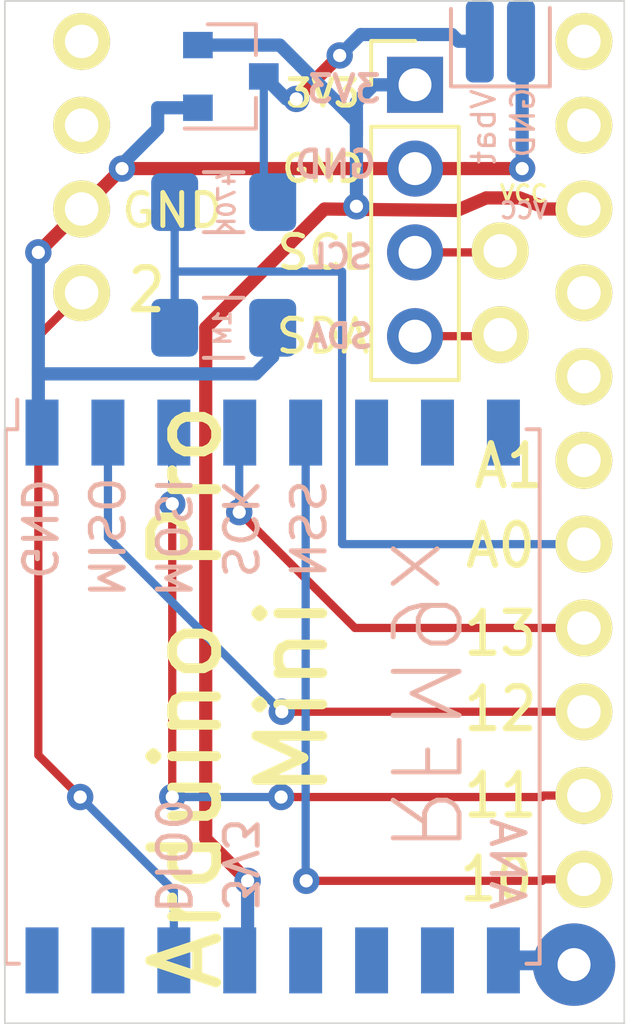
<source format=kicad_pcb>
(kicad_pcb (version 20171130) (host pcbnew 5.1.5-5.1.5)

  (general
    (thickness 1.6)
    (drawings 28)
    (tracks 105)
    (zones 0)
    (modules 8)
    (nets 28)
  )

  (page A4)
  (layers
    (0 F.Cu signal)
    (31 B.Cu signal)
    (32 B.Adhes user hide)
    (33 F.Adhes user hide)
    (34 B.Paste user hide)
    (35 F.Paste user hide)
    (36 B.SilkS user)
    (37 F.SilkS user)
    (38 B.Mask user hide)
    (39 F.Mask user hide)
    (40 Dwgs.User user hide)
    (41 Cmts.User user hide)
    (42 Eco1.User user hide)
    (43 Eco2.User user hide)
    (44 Edge.Cuts user)
    (45 Margin user hide)
    (46 B.CrtYd user hide)
    (47 F.CrtYd user hide)
    (48 B.Fab user hide)
    (49 F.Fab user hide)
  )

  (setup
    (last_trace_width 0.25)
    (user_trace_width 0.4)
    (trace_clearance 0.2)
    (zone_clearance 0.508)
    (zone_45_only no)
    (trace_min 0.2)
    (via_size 0.8)
    (via_drill 0.4)
    (via_min_size 0.4)
    (via_min_drill 0.3)
    (uvia_size 0.3)
    (uvia_drill 0.1)
    (uvias_allowed no)
    (uvia_min_size 0.2)
    (uvia_min_drill 0.1)
    (edge_width 0.05)
    (segment_width 0.2)
    (pcb_text_width 0.3)
    (pcb_text_size 1.5 1.5)
    (mod_edge_width 0.12)
    (mod_text_size 1 1)
    (mod_text_width 0.15)
    (pad_size 1.524 1.524)
    (pad_drill 0.762)
    (pad_to_mask_clearance 0.051)
    (solder_mask_min_width 0.25)
    (aux_axis_origin 0 0)
    (visible_elements FFFFEF7F)
    (pcbplotparams
      (layerselection 0x010fc_ffffffff)
      (usegerberextensions false)
      (usegerberattributes false)
      (usegerberadvancedattributes false)
      (creategerberjobfile false)
      (excludeedgelayer true)
      (linewidth 0.100000)
      (plotframeref false)
      (viasonmask false)
      (mode 1)
      (useauxorigin false)
      (hpglpennumber 1)
      (hpglpenspeed 20)
      (hpglpendiameter 15.000000)
      (psnegative false)
      (psa4output false)
      (plotreference true)
      (plotvalue true)
      (plotinvisibletext false)
      (padsonsilk false)
      (subtractmaskfromsilk false)
      (outputformat 1)
      (mirror false)
      (drillshape 1)
      (scaleselection 1)
      (outputdirectory ""))
  )

  (net 0 "")
  (net 1 DIO0)
  (net 2 3V3)
  (net 3 NSS)
  (net 4 SCK)
  (net 5 MOSI)
  (net 6 MISO)
  (net 7 GND)
  (net 8 "Net-(H1-Pad1)")
  (net 9 SDA)
  (net 10 SCL)
  (net 11 "Net-(U1-Pad16)")
  (net 12 "Net-(U1-Pad15)")
  (net 13 "Net-(U1-Pad12)")
  (net 14 "Net-(U1-Pad11)")
  (net 15 "Net-(U1-Pad10)")
  (net 16 "Net-(U1-Pad8)")
  (net 17 "Net-(U1-Pad7)")
  (net 18 "Net-(U1-Pad6)")
  (net 19 "Net-(X1-Pad6A)")
  (net 20 "Net-(X1-Pad5A)")
  (net 21 "Net-(X1-Pad7A)")
  (net 22 "Net-(X1-Pad3A)")
  (net 23 "Net-(X1-Pad2A)")
  (net 24 "Net-(X1-Pad2D)")
  (net 25 "Net-(X1-Pad3D)")
  (net 26 Vbat)
  (net 27 A0)

  (net_class Default "This is the default net class."
    (clearance 0.2)
    (trace_width 0.25)
    (via_dia 0.8)
    (via_drill 0.4)
    (uvia_dia 0.3)
    (uvia_drill 0.1)
    (add_net 3V3)
    (add_net A0)
    (add_net DIO0)
    (add_net GND)
    (add_net MISO)
    (add_net MOSI)
    (add_net NSS)
    (add_net "Net-(H1-Pad1)")
    (add_net "Net-(U1-Pad10)")
    (add_net "Net-(U1-Pad11)")
    (add_net "Net-(U1-Pad12)")
    (add_net "Net-(U1-Pad15)")
    (add_net "Net-(U1-Pad16)")
    (add_net "Net-(U1-Pad6)")
    (add_net "Net-(U1-Pad7)")
    (add_net "Net-(U1-Pad8)")
    (add_net "Net-(X1-Pad2A)")
    (add_net "Net-(X1-Pad2D)")
    (add_net "Net-(X1-Pad3A)")
    (add_net "Net-(X1-Pad3D)")
    (add_net "Net-(X1-Pad5A)")
    (add_net "Net-(X1-Pad6A)")
    (add_net "Net-(X1-Pad7A)")
    (add_net SCK)
    (add_net SCL)
    (add_net SDA)
    (add_net Vbat)
  )

  (module "JC KiCAD Addons:Molex_PicoBlade_2-Pin_1.25mm_PCB_Side_Pads" (layer B.Cu) (tedit 5E66B4A2) (tstamp 5E533AED)
    (at 208.8388 108.1532)
    (path /5E52F887)
    (fp_text reference J2 (at 0.19 2.24) (layer B.SilkS) hide
      (effects (font (size 1 1) (thickness 0.15)) (justify mirror))
    )
    (fp_text value Conn_01x02 (at 0.85 -2.17) (layer B.Fab)
      (effects (font (size 1 1) (thickness 0.15)) (justify mirror))
    )
    (fp_line (start 1.5 1.37) (end 1.5 -1.01) (layer B.SilkS) (width 0.12))
    (fp_line (start -1.5 1.37) (end 1.5 1.37) (layer B.SilkS) (width 0.12))
    (fp_line (start -1.5 -0.98) (end -1.5 1.37) (layer B.SilkS) (width 0.12))
    (pad 2 smd roundrect (at 0.625 0) (size 0.85 2.5) (layers B.Cu B.Paste B.Mask) (roundrect_rratio 0.25)
      (net 7 GND))
    (pad 1 smd roundrect (at -0.625 0) (size 0.85 2.5) (layers B.Cu B.Paste B.Mask) (roundrect_rratio 0.25)
      (net 26 Vbat))
  )

  (module RF_Module:HOPERF_RFM9XW_SMD (layer B.Cu) (tedit 5C227243) (tstamp 5E2C9C99)
    (at 201.93 128.016 270)
    (descr "Low Power Long Range Transceiver Module SMD-16 (https://www.hoperf.com/data/upload/portal/20181127/5bfcbea20e9ef.pdf)")
    (tags "LoRa Low Power Long Range Transceiver Module")
    (path /5E2CE960)
    (attr smd)
    (fp_text reference U1 (at 0 9.2 90) (layer B.SilkS) hide
      (effects (font (size 1 1) (thickness 0.15)) (justify mirror))
    )
    (fp_text value RFM95W-868S2 (at 0 -9.5 90) (layer B.Fab)
      (effects (font (size 1 1) (thickness 0.15)) (justify mirror))
    )
    (fp_line (start -7 8) (end -8 7) (layer B.Fab) (width 0.1))
    (fp_line (start -8.1 7.75) (end -9 7.75) (layer B.SilkS) (width 0.12))
    (fp_line (start -8.1 8.1) (end -8.1 7.75) (layer B.SilkS) (width 0.12))
    (fp_line (start 8.1 -8.1) (end 8.1 -7.7) (layer B.SilkS) (width 0.12))
    (fp_line (start -8.1 -8.1) (end 8.1 -8.1) (layer B.SilkS) (width 0.12))
    (fp_line (start -8.1 -7.7) (end -8.1 -8.1) (layer B.SilkS) (width 0.12))
    (fp_line (start 8.1 8.1) (end 8.1 7.7) (layer B.SilkS) (width 0.12))
    (fp_line (start -8.1 8.1) (end 8.1 8.1) (layer B.SilkS) (width 0.12))
    (fp_line (start -9.25 -8.25) (end -9.25 8.25) (layer B.CrtYd) (width 0.05))
    (fp_line (start -9.25 -8.25) (end 9.25 -8.25) (layer B.CrtYd) (width 0.05))
    (fp_line (start 9.25 8.25) (end 9.25 -8.25) (layer B.CrtYd) (width 0.05))
    (fp_line (start -9.25 8.25) (end 9.25 8.25) (layer B.CrtYd) (width 0.05))
    (fp_text user %R (at 0 0 90) (layer F.Fab)
      (effects (font (size 1 1) (thickness 0.15)))
    )
    (fp_line (start -8 -8) (end -8 7) (layer B.Fab) (width 0.1))
    (fp_line (start -8 -8) (end 8 -8) (layer B.Fab) (width 0.1))
    (fp_line (start 8 -8) (end 8 8) (layer B.Fab) (width 0.1))
    (fp_line (start -7 8) (end 8 8) (layer B.Fab) (width 0.1))
    (pad 16 smd rect (at 8 7 270) (size 2 1) (layers B.Cu B.Paste B.Mask)
      (net 11 "Net-(U1-Pad16)"))
    (pad 15 smd rect (at 8 5 270) (size 2 1) (layers B.Cu B.Paste B.Mask)
      (net 12 "Net-(U1-Pad15)"))
    (pad 14 smd rect (at 8 3 270) (size 2 1) (layers B.Cu B.Paste B.Mask)
      (net 1 DIO0))
    (pad 13 smd rect (at 8 1 270) (size 2 1) (layers B.Cu B.Paste B.Mask)
      (net 2 3V3))
    (pad 12 smd rect (at 8 -1 270) (size 2 1) (layers B.Cu B.Paste B.Mask)
      (net 13 "Net-(U1-Pad12)"))
    (pad 11 smd rect (at 8 -3 270) (size 2 1) (layers B.Cu B.Paste B.Mask)
      (net 14 "Net-(U1-Pad11)"))
    (pad 10 smd rect (at 8 -5 270) (size 2 1) (layers B.Cu B.Paste B.Mask)
      (net 15 "Net-(U1-Pad10)"))
    (pad 9 smd rect (at 8 -7 270) (size 2 1) (layers B.Cu B.Paste B.Mask)
      (net 8 "Net-(H1-Pad1)"))
    (pad 8 smd rect (at -8 -7 270) (size 2 1) (layers B.Cu B.Paste B.Mask)
      (net 16 "Net-(U1-Pad8)"))
    (pad 7 smd rect (at -8 -5 270) (size 2 1) (layers B.Cu B.Paste B.Mask)
      (net 17 "Net-(U1-Pad7)"))
    (pad 6 smd rect (at -8 -3 270) (size 2 1) (layers B.Cu B.Paste B.Mask)
      (net 18 "Net-(U1-Pad6)"))
    (pad 5 smd rect (at -8 -1 270) (size 2 1) (layers B.Cu B.Paste B.Mask)
      (net 3 NSS))
    (pad 4 smd rect (at -8 1 270) (size 2 1) (layers B.Cu B.Paste B.Mask)
      (net 4 SCK))
    (pad 3 smd rect (at -8 3 270) (size 2 1) (layers B.Cu B.Paste B.Mask)
      (net 5 MOSI))
    (pad 2 smd rect (at -8 5 270) (size 2 1) (layers B.Cu B.Paste B.Mask)
      (net 6 MISO))
    (pad 1 smd rect (at -8 7 270) (size 2 1) (layers B.Cu B.Paste B.Mask)
      (net 7 GND))
    (model ${KISYS3DMOD}/RF_Module.3dshapes/HOPERF_RFM9XW_SMD.wrl
      (at (xyz 0 0 0))
      (scale (xyz 1 1 1))
      (rotate (xyz 0 0 0))
    )
  )

  (module Connector_PinHeader_2.54mm:PinHeader_1x04_P2.54mm_Vertical (layer F.Cu) (tedit 59FED5CC) (tstamp 5E405DDA)
    (at 206.248 109.474)
    (descr "Through hole straight pin header, 1x04, 2.54mm pitch, single row")
    (tags "Through hole pin header THT 1x04 2.54mm single row")
    (path /5E40BB73)
    (fp_text reference J1 (at -4.826 3.556 90) (layer F.SilkS) hide
      (effects (font (size 1 1) (thickness 0.15)))
    )
    (fp_text value Conn_01x04 (at 0 9.95) (layer F.Fab)
      (effects (font (size 1 1) (thickness 0.15)))
    )
    (fp_text user %R (at 0 3.81 90) (layer F.Fab)
      (effects (font (size 1 1) (thickness 0.15)))
    )
    (fp_line (start 1.8 -1.8) (end -1.8 -1.8) (layer F.CrtYd) (width 0.05))
    (fp_line (start 1.8 9.4) (end 1.8 -1.8) (layer F.CrtYd) (width 0.05))
    (fp_line (start -1.8 9.4) (end 1.8 9.4) (layer F.CrtYd) (width 0.05))
    (fp_line (start -1.8 -1.8) (end -1.8 9.4) (layer F.CrtYd) (width 0.05))
    (fp_line (start -1.33 -1.33) (end 0 -1.33) (layer F.SilkS) (width 0.12))
    (fp_line (start -1.33 0) (end -1.33 -1.33) (layer F.SilkS) (width 0.12))
    (fp_line (start -1.33 1.27) (end 1.33 1.27) (layer F.SilkS) (width 0.12))
    (fp_line (start 1.33 1.27) (end 1.33 8.95) (layer F.SilkS) (width 0.12))
    (fp_line (start -1.33 1.27) (end -1.33 8.95) (layer F.SilkS) (width 0.12))
    (fp_line (start -1.33 8.95) (end 1.33 8.95) (layer F.SilkS) (width 0.12))
    (fp_line (start -1.27 -0.635) (end -0.635 -1.27) (layer F.Fab) (width 0.1))
    (fp_line (start -1.27 8.89) (end -1.27 -0.635) (layer F.Fab) (width 0.1))
    (fp_line (start 1.27 8.89) (end -1.27 8.89) (layer F.Fab) (width 0.1))
    (fp_line (start 1.27 -1.27) (end 1.27 8.89) (layer F.Fab) (width 0.1))
    (fp_line (start -0.635 -1.27) (end 1.27 -1.27) (layer F.Fab) (width 0.1))
    (pad 4 thru_hole oval (at 0 7.62) (size 1.7 1.7) (drill 1) (layers *.Cu *.Mask)
      (net 9 SDA))
    (pad 3 thru_hole oval (at 0 5.08) (size 1.7 1.7) (drill 1) (layers *.Cu *.Mask)
      (net 10 SCL))
    (pad 2 thru_hole oval (at 0 2.54) (size 1.7 1.7) (drill 1) (layers *.Cu *.Mask)
      (net 7 GND))
    (pad 1 thru_hole rect (at 0 0) (size 1.7 1.7) (drill 1) (layers *.Cu *.Mask)
      (net 2 3V3))
    (model ${KISYS3DMOD}/Connector_PinHeader_2.54mm.3dshapes/PinHeader_1x04_P2.54mm_Vertical.wrl
      (at (xyz 0 0 0))
      (scale (xyz 1 1 1))
      (rotate (xyz 0 0 0))
    )
  )

  (module Connector_Wire:SolderWirePad_1x01_Drill1mm (layer F.Cu) (tedit 5AEE5EBE) (tstamp 5E405BD7)
    (at 211.074 136.144)
    (descr "Wire solder connection")
    (tags connector)
    (path /5E40704D)
    (attr virtual)
    (fp_text reference H1 (at 0 -3.81) (layer F.SilkS) hide
      (effects (font (size 1 1) (thickness 0.15)))
    )
    (fp_text value MountingHole_Pad (at 0 3.175) (layer F.Fab)
      (effects (font (size 1 1) (thickness 0.15)))
    )
    (fp_line (start 1.75 1.75) (end -1.75 1.75) (layer F.CrtYd) (width 0.05))
    (fp_line (start 1.75 1.75) (end 1.75 -1.75) (layer F.CrtYd) (width 0.05))
    (fp_line (start -1.75 -1.75) (end -1.75 1.75) (layer F.CrtYd) (width 0.05))
    (fp_line (start -1.75 -1.75) (end 1.75 -1.75) (layer F.CrtYd) (width 0.05))
    (fp_text user %R (at 0 0) (layer F.Fab)
      (effects (font (size 1 1) (thickness 0.15)))
    )
    (pad 1 thru_hole circle (at 0 0) (size 2.49936 2.49936) (drill 1.00076) (layers *.Cu *.Mask)
      (net 8 "Net-(H1-Pad1)"))
  )

  (module "KiCAD additional:Arduino_Pro_Mini_JC_modified_for_minimal_shield" (layer F.Cu) (tedit 5E2CAE8B) (tstamp 5E405736)
    (at 203.752599 118.318599)
    (descr "Arduino Pro Mini")
    (tags "Arduino Pro Mini")
    (path /5E2CA073)
    (fp_text reference X1 (at 0.127 -22.987) (layer F.SilkS) hide
      (effects (font (size 1.778 1.524) (thickness 0.2032)))
    )
    (fp_text value Arduino_Pro_Mini (at 0 -11.557 180) (layer F.Fab)
      (effects (font (size 1.016 1.016) (thickness 0.1016)))
    )
    (fp_text user " 10" (at 4.527401 15.24) (layer F.SilkS)
      (effects (font (size 1.27 1.143) (thickness 0.1905)))
    )
    (fp_text user " 11" (at 4.654401 12.7) (layer F.SilkS)
      (effects (font (size 1.27 1.143) (thickness 0.1905)))
    )
    (fp_text user " 12" (at 4.654401 10.078401) (layer F.SilkS)
      (effects (font (size 1.27 1.143) (thickness 0.1905)))
    )
    (fp_text user " 13" (at 4.654401 7.792401) (layer F.SilkS)
      (effects (font (size 1.27 1.143) (thickness 0.1905)))
    )
    (fp_text user " A0" (at 4.654401 5.125401) (layer F.SilkS)
      (effects (font (size 1.27 1.143) (thickness 0.1905)))
    )
    (fp_text user " A1" (at 4.908401 2.712401) (layer F.SilkS)
      (effects (font (size 1.27 1.143) (thickness 0.1905)))
    )
    (fp_text user "  2" (at -6.521599 -2.621599) (layer F.SilkS)
      (effects (font (size 1.27 1.143) (thickness 0.1905)))
    )
    (pad 12A thru_hole circle (at 7.62 15.24) (size 1.7272 1.7272) (drill 1.016) (layers *.Cu *.Mask F.SilkS)
      (net 3 NSS))
    (pad 11A thru_hole circle (at 7.62 12.7) (size 1.7272 1.7272) (drill 1.016) (layers *.Cu *.Mask F.SilkS)
      (net 5 MOSI))
    (pad 9A thru_hole circle (at 7.62 7.62) (size 1.7272 1.7272) (drill 1.016) (layers *.Cu *.Mask F.SilkS)
      (net 4 SCK))
    (pad 10A thru_hole circle (at 7.62 10.16) (size 1.7272 1.7272) (drill 1.016) (layers *.Cu *.Mask F.SilkS)
      (net 6 MISO))
    (pad 6A thru_hole circle (at 7.62 0) (size 1.7272 1.7272) (drill 1.016) (layers *.Cu *.Mask F.SilkS)
      (net 19 "Net-(X1-Pad6A)"))
    (pad 5A thru_hole circle (at 7.62 -2.54) (size 1.7272 1.7272) (drill 1.016) (layers *.Cu *.Mask F.SilkS)
      (net 20 "Net-(X1-Pad5A)"))
    (pad 7A thru_hole circle (at 7.62 2.54) (size 1.7272 1.7272) (drill 1.016) (layers *.Cu *.Mask F.SilkS)
      (net 21 "Net-(X1-Pad7A)"))
    (pad 8A thru_hole circle (at 7.62 5.08) (size 1.7272 1.7272) (drill 1.016) (layers *.Cu *.Mask F.SilkS)
      (net 27 A0))
    (pad 4A thru_hole circle (at 7.62 -5.08) (size 1.7272 1.7272) (drill 1.016) (layers *.Cu *.Mask F.SilkS)
      (net 2 3V3))
    (pad 3A thru_hole circle (at 7.62 -7.62) (size 1.7272 1.7272) (drill 1.016) (layers *.Cu *.Mask F.SilkS)
      (net 22 "Net-(X1-Pad3A)"))
    (pad 2A thru_hole circle (at 7.62 -10.16) (size 1.7272 1.7272) (drill 1.016) (layers *.Cu *.Mask F.SilkS)
      (net 23 "Net-(X1-Pad2A)"))
    (pad 2D thru_hole circle (at -7.62 -10.16) (size 1.7272 1.7272) (drill 1.016) (layers *.Cu *.Mask F.SilkS)
      (net 24 "Net-(X1-Pad2D)"))
    (pad 3D thru_hole circle (at -7.62 -7.62) (size 1.7272 1.7272) (drill 1.016) (layers *.Cu *.Mask F.SilkS)
      (net 25 "Net-(X1-Pad3D)"))
    (pad 4D thru_hole circle (at -7.62 -5.08) (size 1.7272 1.7272) (drill 1.016) (layers *.Cu *.Mask F.SilkS)
      (net 7 GND))
    (pad 5D thru_hole circle (at -7.62 -2.54) (size 1.7272 1.7272) (drill 1.016) (layers *.Cu *.Mask F.SilkS)
      (net 1 DIO0))
    (pad 5B thru_hole circle (at 5.08 -3.81) (size 1.7272 1.7272) (drill 1.016) (layers *.Cu *.Mask F.SilkS)
      (net 10 SCL))
    (pad 4B thru_hole circle (at 5.08 -1.27) (size 1.7272 1.7272) (drill 1.016) (layers *.Cu *.Mask F.SilkS)
      (net 9 SDA))
  )

  (module Package_TO_SOT_SMD:SOT-23 (layer B.Cu) (tedit 5A02FF57) (tstamp 5E533464)
    (at 200.66 109.22)
    (descr "SOT-23, Standard")
    (tags SOT-23)
    (path /5E5320D0)
    (attr smd)
    (fp_text reference U2 (at 0 2.5) (layer B.SilkS) hide
      (effects (font (size 1 1) (thickness 0.15)) (justify mirror))
    )
    (fp_text value MCP1700-3302E_SOT23 (at 0 -2.5) (layer B.Fab)
      (effects (font (size 1 1) (thickness 0.15)) (justify mirror))
    )
    (fp_line (start 0.76 -1.58) (end -0.7 -1.58) (layer B.SilkS) (width 0.12))
    (fp_line (start 0.76 1.58) (end -1.4 1.58) (layer B.SilkS) (width 0.12))
    (fp_line (start -1.7 -1.75) (end -1.7 1.75) (layer B.CrtYd) (width 0.05))
    (fp_line (start 1.7 -1.75) (end -1.7 -1.75) (layer B.CrtYd) (width 0.05))
    (fp_line (start 1.7 1.75) (end 1.7 -1.75) (layer B.CrtYd) (width 0.05))
    (fp_line (start -1.7 1.75) (end 1.7 1.75) (layer B.CrtYd) (width 0.05))
    (fp_line (start 0.76 1.58) (end 0.76 0.65) (layer B.SilkS) (width 0.12))
    (fp_line (start 0.76 -1.58) (end 0.76 -0.65) (layer B.SilkS) (width 0.12))
    (fp_line (start -0.7 -1.52) (end 0.7 -1.52) (layer B.Fab) (width 0.1))
    (fp_line (start 0.7 1.52) (end 0.7 -1.52) (layer B.Fab) (width 0.1))
    (fp_line (start -0.7 0.95) (end -0.15 1.52) (layer B.Fab) (width 0.1))
    (fp_line (start -0.15 1.52) (end 0.7 1.52) (layer B.Fab) (width 0.1))
    (fp_line (start -0.7 0.95) (end -0.7 -1.5) (layer B.Fab) (width 0.1))
    (fp_text user %R (at 0 0 -90) (layer B.Fab)
      (effects (font (size 0.5 0.5) (thickness 0.075)) (justify mirror))
    )
    (pad 3 smd rect (at 1 0) (size 0.9 0.8) (layers B.Cu B.Paste B.Mask)
      (net 26 Vbat))
    (pad 2 smd rect (at -1 -0.95) (size 0.9 0.8) (layers B.Cu B.Paste B.Mask)
      (net 2 3V3))
    (pad 1 smd rect (at -1 0.95) (size 0.9 0.8) (layers B.Cu B.Paste B.Mask)
      (net 7 GND))
    (model ${KISYS3DMOD}/Package_TO_SOT_SMD.3dshapes/SOT-23.wrl
      (at (xyz 0 0 0))
      (scale (xyz 1 1 1))
      (rotate (xyz 0 0 0))
    )
  )

  (module Resistor_SMD:R_1206_3216Metric_Pad1.42x1.75mm_HandSolder (layer B.Cu) (tedit 5B301BBD) (tstamp 5E533207)
    (at 200.4425 113.03 180)
    (descr "Resistor SMD 1206 (3216 Metric), square (rectangular) end terminal, IPC_7351 nominal with elongated pad for handsoldering. (Body size source: http://www.tortai-tech.com/upload/download/2011102023233369053.pdf), generated with kicad-footprint-generator")
    (tags "resistor handsolder")
    (path /5E530D56)
    (attr smd)
    (fp_text reference R1 (at 0 1.82) (layer B.SilkS) hide
      (effects (font (size 1 1) (thickness 0.15)) (justify mirror))
    )
    (fp_text value R_Small (at 0 -1.82) (layer B.Fab)
      (effects (font (size 1 1) (thickness 0.15)) (justify mirror))
    )
    (fp_text user %R (at 0 0) (layer B.Fab)
      (effects (font (size 0.8 0.8) (thickness 0.12)) (justify mirror))
    )
    (fp_line (start 2.45 -1.12) (end -2.45 -1.12) (layer B.CrtYd) (width 0.05))
    (fp_line (start 2.45 1.12) (end 2.45 -1.12) (layer B.CrtYd) (width 0.05))
    (fp_line (start -2.45 1.12) (end 2.45 1.12) (layer B.CrtYd) (width 0.05))
    (fp_line (start -2.45 -1.12) (end -2.45 1.12) (layer B.CrtYd) (width 0.05))
    (fp_line (start -0.602064 -0.91) (end 0.602064 -0.91) (layer B.SilkS) (width 0.12))
    (fp_line (start -0.602064 0.91) (end 0.602064 0.91) (layer B.SilkS) (width 0.12))
    (fp_line (start 1.6 -0.8) (end -1.6 -0.8) (layer B.Fab) (width 0.1))
    (fp_line (start 1.6 0.8) (end 1.6 -0.8) (layer B.Fab) (width 0.1))
    (fp_line (start -1.6 0.8) (end 1.6 0.8) (layer B.Fab) (width 0.1))
    (fp_line (start -1.6 -0.8) (end -1.6 0.8) (layer B.Fab) (width 0.1))
    (pad 2 smd roundrect (at 1.4875 0 180) (size 1.425 1.75) (layers B.Cu B.Paste B.Mask) (roundrect_rratio 0.175439)
      (net 27 A0))
    (pad 1 smd roundrect (at -1.4875 0 180) (size 1.425 1.75) (layers B.Cu B.Paste B.Mask) (roundrect_rratio 0.175439)
      (net 26 Vbat))
    (model ${KISYS3DMOD}/Resistor_SMD.3dshapes/R_1206_3216Metric.wrl
      (at (xyz 0 0 0))
      (scale (xyz 1 1 1))
      (rotate (xyz 0 0 0))
    )
  )

  (module Resistor_SMD:R_1206_3216Metric_Pad1.42x1.75mm_HandSolder (layer B.Cu) (tedit 5B301BBD) (tstamp 5E53388F)
    (at 200.4425 116.84)
    (descr "Resistor SMD 1206 (3216 Metric), square (rectangular) end terminal, IPC_7351 nominal with elongated pad for handsoldering. (Body size source: http://www.tortai-tech.com/upload/download/2011102023233369053.pdf), generated with kicad-footprint-generator")
    (tags "resistor handsolder")
    (path /5E531361)
    (attr smd)
    (fp_text reference 1M (at -0.0365 0 90) (layer B.SilkS)
      (effects (font (size 0.5 0.5) (thickness 0.1)) (justify mirror))
    )
    (fp_text value R_Small (at 0 -1.82) (layer B.Fab)
      (effects (font (size 1 1) (thickness 0.15)) (justify mirror))
    )
    (fp_text user %R (at 0 0) (layer B.Fab)
      (effects (font (size 0.8 0.8) (thickness 0.12)) (justify mirror))
    )
    (fp_line (start 2.45 -1.12) (end -2.45 -1.12) (layer B.CrtYd) (width 0.05))
    (fp_line (start 2.45 1.12) (end 2.45 -1.12) (layer B.CrtYd) (width 0.05))
    (fp_line (start -2.45 1.12) (end 2.45 1.12) (layer B.CrtYd) (width 0.05))
    (fp_line (start -2.45 -1.12) (end -2.45 1.12) (layer B.CrtYd) (width 0.05))
    (fp_line (start -0.602064 -0.91) (end 0.602064 -0.91) (layer B.SilkS) (width 0.12))
    (fp_line (start -0.602064 0.91) (end 0.602064 0.91) (layer B.SilkS) (width 0.12))
    (fp_line (start 1.6 -0.8) (end -1.6 -0.8) (layer B.Fab) (width 0.1))
    (fp_line (start 1.6 0.8) (end 1.6 -0.8) (layer B.Fab) (width 0.1))
    (fp_line (start -1.6 0.8) (end 1.6 0.8) (layer B.Fab) (width 0.1))
    (fp_line (start -1.6 -0.8) (end -1.6 0.8) (layer B.Fab) (width 0.1))
    (pad 2 smd roundrect (at 1.4875 0) (size 1.425 1.75) (layers B.Cu B.Paste B.Mask) (roundrect_rratio 0.175439)
      (net 7 GND))
    (pad 1 smd roundrect (at -1.4875 0) (size 1.425 1.75) (layers B.Cu B.Paste B.Mask) (roundrect_rratio 0.175439)
      (net 27 A0))
    (model ${KISYS3DMOD}/Resistor_SMD.3dshapes/R_1206_3216Metric.wrl
      (at (xyz 0 0 0))
      (scale (xyz 1 1 1))
      (rotate (xyz 0 0 0))
    )
  )

  (gr_text 470K (at 200.533 113.03 90) (layer B.SilkS)
    (effects (font (size 0.5 0.5) (thickness 0.1)) (justify mirror))
  )
  (gr_text GND (at 209.5246 110.617 90) (layer B.SilkS)
    (effects (font (size 0.7 0.7) (thickness 0.1)) (justify mirror))
  )
  (gr_text Vbat (at 208.3308 110.744 90) (layer B.SilkS)
    (effects (font (size 0.7 0.7) (thickness 0.1)) (justify mirror))
  )
  (gr_text GND (at 203.835 111.887) (layer B.SilkS)
    (effects (font (size 0.8 0.8) (thickness 0.15)) (justify mirror))
  )
  (gr_text 3V3 (at 204.089 109.601) (layer B.SilkS)
    (effects (font (size 0.8 0.8) (thickness 0.15)) (justify mirror))
  )
  (gr_text GND (at 203.454 112.014) (layer F.SilkS)
    (effects (font (size 0.8 0.8) (thickness 0.15)))
  )
  (gr_text 3V3 (at 203.454 109.728) (layer F.SilkS)
    (effects (font (size 0.8 0.8) (thickness 0.15)))
  )
  (gr_text SDA (at 203.962 117.094) (layer B.SilkS)
    (effects (font (size 0.7 0.7) (thickness 0.15)) (justify mirror))
  )
  (gr_text SCL (at 203.962 114.681) (layer B.SilkS)
    (effects (font (size 0.7 0.7) (thickness 0.15)) (justify mirror))
  )
  (gr_text VCC (at 209.55 113.284) (layer B.SilkS)
    (effects (font (size 0.5 0.5) (thickness 0.1)) (justify mirror))
  )
  (gr_text GND (at 198.882 113.284) (layer F.SilkS)
    (effects (font (size 1 1) (thickness 0.15)))
  )
  (gr_text VCC (at 209.55 112.776) (layer F.SilkS)
    (effects (font (size 0.5 0.5) (thickness 0.1)))
  )
  (gr_text SDA (at 203.454 117.094) (layer F.SilkS)
    (effects (font (size 1 1) (thickness 0.15)))
  )
  (gr_text SCL (at 203.454 114.554) (layer F.SilkS)
    (effects (font (size 1 1) (thickness 0.15)))
  )
  (gr_text NSS (at 202.946 122.936 270) (layer B.SilkS)
    (effects (font (size 1 1) (thickness 0.15)) (justify mirror))
  )
  (gr_text SCK (at 200.914 122.936 270) (layer B.SilkS)
    (effects (font (size 1 1) (thickness 0.15)) (justify mirror))
  )
  (gr_text MOSI (at 198.882 123.19 270) (layer B.SilkS)
    (effects (font (size 1 1) (thickness 0.15)) (justify mirror))
  )
  (gr_text MISO (at 196.85 123.19 270) (layer B.SilkS)
    (effects (font (size 1 1) (thickness 0.15)) (justify mirror))
  )
  (gr_text GND (at 194.818 122.936 270) (layer B.SilkS)
    (effects (font (size 1 1) (thickness 0.15)) (justify mirror))
  )
  (gr_text DIO0 (at 198.882 132.842 270) (layer B.SilkS)
    (effects (font (size 1 1) (thickness 0.15)) (justify mirror))
  )
  (gr_text 3V3 (at 200.914 133.096 270) (layer B.SilkS)
    (effects (font (size 1 1) (thickness 0.15)) (justify mirror))
  )
  (gr_text ANA (at 209.042 133.096 270) (layer B.SilkS) (tstamp 5E40523A)
    (effects (font (size 1 1) (thickness 0.15)) (justify mirror))
  )
  (gr_text RFM9x (at 206.502 128.016 270) (layer B.SilkS)
    (effects (font (size 2 2) (thickness 0.15)) (justify mirror))
  )
  (gr_text "Arduino Pro\nMini" (at 200.914 128.016 90) (layer F.SilkS)
    (effects (font (size 2 2) (thickness 0.3)))
  )
  (gr_line (start 193.802 137.922) (end 193.802 106.934) (layer Edge.Cuts) (width 0.05) (tstamp 5E2CB482))
  (gr_line (start 212.598 137.922) (end 193.802 137.922) (layer Edge.Cuts) (width 0.05))
  (gr_line (start 212.598 106.934) (end 212.598 137.922) (layer Edge.Cuts) (width 0.05))
  (gr_line (start 193.802 106.934) (end 212.598 106.934) (layer Edge.Cuts) (width 0.05))

  (via (at 196.088 131.064) (size 0.8) (drill 0.4) (layers F.Cu B.Cu) (net 1))
  (segment (start 196.132599 131.019401) (end 196.088 131.064) (width 0.25) (layer F.Cu) (net 1))
  (segment (start 198.93 133.906) (end 198.93 136.016) (width 0.25) (layer B.Cu) (net 1))
  (segment (start 196.088 131.064) (end 198.93 133.906) (width 0.25) (layer B.Cu) (net 1))
  (segment (start 196.132599 115.778599) (end 194.818 117.093198) (width 0.25) (layer F.Cu) (net 1))
  (segment (start 194.818 129.794) (end 196.088 131.064) (width 0.25) (layer F.Cu) (net 1))
  (segment (start 194.818 117.093198) (end 194.818 129.794) (width 0.25) (layer F.Cu) (net 1))
  (segment (start 202.145002 108.27) (end 204.47 110.594998) (width 0.4) (layer B.Cu) (net 2))
  (segment (start 199.66 108.27) (end 202.145002 108.27) (width 0.4) (layer B.Cu) (net 2))
  (via (at 204.47 113.157) (size 0.8) (drill 0.4) (layers F.Cu B.Cu) (net 2))
  (segment (start 201.168 133.604) (end 201.168 135.778) (width 0.4) (layer B.Cu) (net 2))
  (via (at 201.168 133.604) (size 0.8) (drill 0.4) (layers F.Cu B.Cu) (net 2))
  (segment (start 201.168 135.778) (end 200.93 136.016) (width 0.25) (layer B.Cu) (net 2))
  (segment (start 210.151285 113.238599) (end 211.372599 113.238599) (width 0.4) (layer F.Cu) (net 2))
  (segment (start 210.058 113.145314) (end 210.151285 113.238599) (width 0.4) (layer F.Cu) (net 2))
  (segment (start 209.423 112.903) (end 210.058 113.145314) (width 0.4) (layer F.Cu) (net 2))
  (segment (start 208.407 112.903) (end 209.423 112.903) (width 0.4) (layer F.Cu) (net 2))
  (segment (start 199.898 132.334) (end 199.898 116.84) (width 0.4) (layer F.Cu) (net 2))
  (segment (start 201.168 133.604) (end 199.898 132.334) (width 0.4) (layer F.Cu) (net 2))
  (segment (start 199.898 116.84) (end 203.499401 113.238599) (width 0.4) (layer F.Cu) (net 2))
  (segment (start 203.499401 113.238599) (end 207.518 113.284) (width 0.4) (layer F.Cu) (net 2))
  (segment (start 207.518 113.284) (end 208.407 112.903) (width 0.4) (layer F.Cu) (net 2))
  (segment (start 204.47 110.002) (end 204.47 110.998) (width 0.4) (layer B.Cu) (net 2))
  (segment (start 204.998 109.474) (end 204.47 110.002) (width 0.4) (layer B.Cu) (net 2))
  (segment (start 206.248 109.474) (end 204.998 109.474) (width 0.4) (layer B.Cu) (net 2))
  (segment (start 204.47 110.594998) (end 204.47 110.998) (width 0.4) (layer B.Cu) (net 2))
  (segment (start 204.47 110.998) (end 204.47 113.157) (width 0.4) (layer B.Cu) (net 2))
  (segment (start 202.946 120) (end 202.93 120.016) (width 0.25) (layer B.Cu) (net 3))
  (segment (start 210.151285 133.558599) (end 210.105884 133.604) (width 0.25) (layer F.Cu) (net 3))
  (segment (start 211.372599 133.558599) (end 210.151285 133.558599) (width 0.25) (layer F.Cu) (net 3))
  (segment (start 210.105884 133.604) (end 202.946 133.604) (width 0.25) (layer F.Cu) (net 3))
  (via (at 202.946 133.604) (size 0.8) (drill 0.4) (layers F.Cu B.Cu) (net 3))
  (segment (start 202.93 121.266) (end 202.93 120.016) (width 0.25) (layer B.Cu) (net 3))
  (segment (start 202.93 133.588) (end 202.93 121.266) (width 0.25) (layer B.Cu) (net 3))
  (segment (start 202.946 133.604) (end 202.93 133.588) (width 0.25) (layer B.Cu) (net 3))
  (via (at 200.914 122.428) (size 0.8) (drill 0.4) (layers F.Cu B.Cu) (net 4))
  (segment (start 211.372599 125.938599) (end 204.424599 125.938599) (width 0.25) (layer F.Cu) (net 4))
  (segment (start 204.424599 125.938599) (end 200.914 122.428) (width 0.25) (layer F.Cu) (net 4))
  (segment (start 200.914 120.032) (end 200.93 120.016) (width 0.25) (layer B.Cu) (net 4))
  (segment (start 200.914 122.428) (end 200.914 120.032) (width 0.25) (layer B.Cu) (net 4))
  (segment (start 210.151285 131.018599) (end 210.105884 131.064) (width 0.25) (layer F.Cu) (net 5))
  (segment (start 211.372599 131.018599) (end 210.151285 131.018599) (width 0.25) (layer F.Cu) (net 5))
  (segment (start 210.105884 131.064) (end 202.184 131.064) (width 0.25) (layer F.Cu) (net 5))
  (via (at 202.184 131.064) (size 0.8) (drill 0.4) (layers F.Cu B.Cu) (net 5))
  (segment (start 202.184 131.064) (end 198.882 131.064) (width 0.25) (layer B.Cu) (net 5))
  (via (at 198.882 131.064) (size 0.8) (drill 0.4) (layers F.Cu B.Cu) (net 5))
  (via (at 198.882 122.174) (size 0.8) (drill 0.4) (layers F.Cu B.Cu) (net 5))
  (segment (start 198.882 131.064) (end 198.882 122.174) (width 0.25) (layer F.Cu) (net 5))
  (segment (start 198.882 120.064) (end 198.93 120.016) (width 0.25) (layer B.Cu) (net 5))
  (segment (start 198.882 122.174) (end 198.882 120.064) (width 0.25) (layer B.Cu) (net 5))
  (via (at 202.20499 128.478599) (size 0.8) (drill 0.4) (layers F.Cu B.Cu) (net 6))
  (segment (start 211.372599 128.478599) (end 202.20499 128.478599) (width 0.25) (layer F.Cu) (net 6))
  (segment (start 202.20499 128.50301) (end 202.20499 128.478599) (width 0.25) (layer B.Cu) (net 6))
  (segment (start 201.804991 128.0786) (end 202.20499 128.478599) (width 0.25) (layer B.Cu) (net 6))
  (segment (start 202.184 128.524) (end 202.20499 128.50301) (width 0.25) (layer B.Cu) (net 6))
  (segment (start 196.93 120.016) (end 196.93 123.203609) (width 0.25) (layer B.Cu) (net 6))
  (segment (start 196.93 123.203609) (end 201.804991 128.0786) (width 0.25) (layer B.Cu) (net 6))
  (via (at 194.818 114.554) (size 0.8) (drill 0.4) (layers F.Cu B.Cu) (net 7))
  (segment (start 196.132599 113.238599) (end 196.132599 113.239401) (width 0.25) (layer F.Cu) (net 7))
  (segment (start 194.818 114.553198) (end 196.132599 113.238599) (width 0.4) (layer F.Cu) (net 7))
  (segment (start 194.818 114.554) (end 194.818 114.553198) (width 0.25) (layer F.Cu) (net 7))
  (segment (start 197.357198 112.014) (end 196.132599 113.238599) (width 0.4) (layer F.Cu) (net 7))
  (segment (start 206.248 112.014) (end 197.357198 112.014) (width 0.4) (layer F.Cu) (net 7))
  (segment (start 197.357198 111.887802) (end 197.357198 112.014) (width 0.25) (layer B.Cu) (net 7))
  (segment (start 198.44 110.17) (end 198.44 110.805) (width 0.4) (layer B.Cu) (net 7))
  (segment (start 198.44 110.805) (end 197.357198 111.887802) (width 0.4) (layer B.Cu) (net 7))
  (segment (start 199.66 110.17) (end 198.44 110.17) (width 0.4) (layer B.Cu) (net 7))
  (via (at 197.357198 112.014) (size 0.8) (drill 0.4) (layers F.Cu B.Cu) (net 7))
  (segment (start 201.93 117.715) (end 201.408 118.237) (width 0.4) (layer B.Cu) (net 7))
  (segment (start 201.93 116.84) (end 201.93 117.715) (width 0.4) (layer B.Cu) (net 7))
  (segment (start 194.818 114.554) (end 194.818 118.237) (width 0.4) (layer B.Cu) (net 7))
  (segment (start 201.408 118.237) (end 194.818 118.237) (width 0.4) (layer B.Cu) (net 7))
  (segment (start 194.818 118.237) (end 194.818 119.904) (width 0.4) (layer B.Cu) (net 7))
  (segment (start 206.248 112.014) (end 207.772 112.014) (width 0.4) (layer F.Cu) (net 7))
  (segment (start 209.677 108.214) (end 209.667 108.204) (width 0.4) (layer B.Cu) (net 7))
  (segment (start 209.3468 108.2702) (end 209.4638 108.1532) (width 0.4) (layer B.Cu) (net 7))
  (segment (start 207.772 112.014) (end 209.4992 112.014) (width 0.4) (layer F.Cu) (net 7))
  (via (at 209.4992 112.014) (size 0.8) (drill 0.4) (layers F.Cu B.Cu) (net 7))
  (segment (start 209.4992 108.1886) (end 209.4638 108.1532) (width 0.4) (layer B.Cu) (net 7))
  (segment (start 209.4992 112.014) (end 209.4992 108.1886) (width 0.4) (layer B.Cu) (net 7))
  (segment (start 210.946 136.016) (end 211.074 136.144) (width 0.25) (layer B.Cu) (net 8))
  (segment (start 208.93 136.016) (end 210.946 136.016) (width 0.6) (layer B.Cu) (net 8))
  (segment (start 208.787198 117.094) (end 208.832599 117.048599) (width 0.25) (layer F.Cu) (net 9))
  (segment (start 206.248 117.094) (end 208.787198 117.094) (width 0.25) (layer F.Cu) (net 9))
  (segment (start 208.787198 114.554) (end 208.832599 114.508599) (width 0.25) (layer F.Cu) (net 10))
  (segment (start 206.248 114.554) (end 208.787198 114.554) (width 0.25) (layer F.Cu) (net 10))
  (segment (start 201.66 112.76) (end 201.93 113.03) (width 0.25) (layer B.Cu) (net 26))
  (segment (start 201.66 109.22) (end 201.66 112.76) (width 0.25) (layer B.Cu) (net 26))
  (via (at 203.962 108.585) (size 0.8) (drill 0.4) (layers F.Cu B.Cu) (net 26))
  (segment (start 203.962 108.585) (end 203.562001 108.984999) (width 0.4) (layer F.Cu) (net 26))
  (via (at 202.645315 109.901685) (size 0.8) (drill 0.4) (layers F.Cu B.Cu) (net 26))
  (segment (start 203.562001 108.984999) (end 202.645315 109.901685) (width 0.4) (layer F.Cu) (net 26))
  (segment (start 202.341685 109.901685) (end 201.66 109.22) (width 0.4) (layer B.Cu) (net 26))
  (segment (start 202.645315 109.901685) (end 202.341685 109.901685) (width 0.4) (layer B.Cu) (net 26))
  (segment (start 203.962 108.585) (end 204.597 107.95) (width 0.4) (layer B.Cu) (net 26))
  (segment (start 204.597 107.95) (end 207.3656 107.95) (width 0.4) (layer B.Cu) (net 26))
  (segment (start 207.5688 108.1532) (end 208.2138 108.1532) (width 0.4) (layer B.Cu) (net 26))
  (segment (start 207.3656 107.95) (end 207.5688 108.1532) (width 0.4) (layer B.Cu) (net 26))
  (segment (start 198.955 113.03) (end 198.955 113.905) (width 0.25) (layer B.Cu) (net 27))
  (segment (start 198.955 115.135) (end 204.035 115.135) (width 0.25) (layer B.Cu) (net 27))
  (segment (start 198.955 115.135) (end 198.955 116.84) (width 0.25) (layer B.Cu) (net 27))
  (segment (start 198.955 113.905) (end 198.955 115.135) (width 0.25) (layer B.Cu) (net 27))
  (segment (start 204.035 115.135) (end 204.035 123.39) (width 0.25) (layer B.Cu) (net 27))
  (segment (start 204.043599 123.398599) (end 211.372599 123.398599) (width 0.25) (layer B.Cu) (net 27))
  (segment (start 204.035 123.39) (end 204.043599 123.398599) (width 0.25) (layer B.Cu) (net 27))

)

</source>
